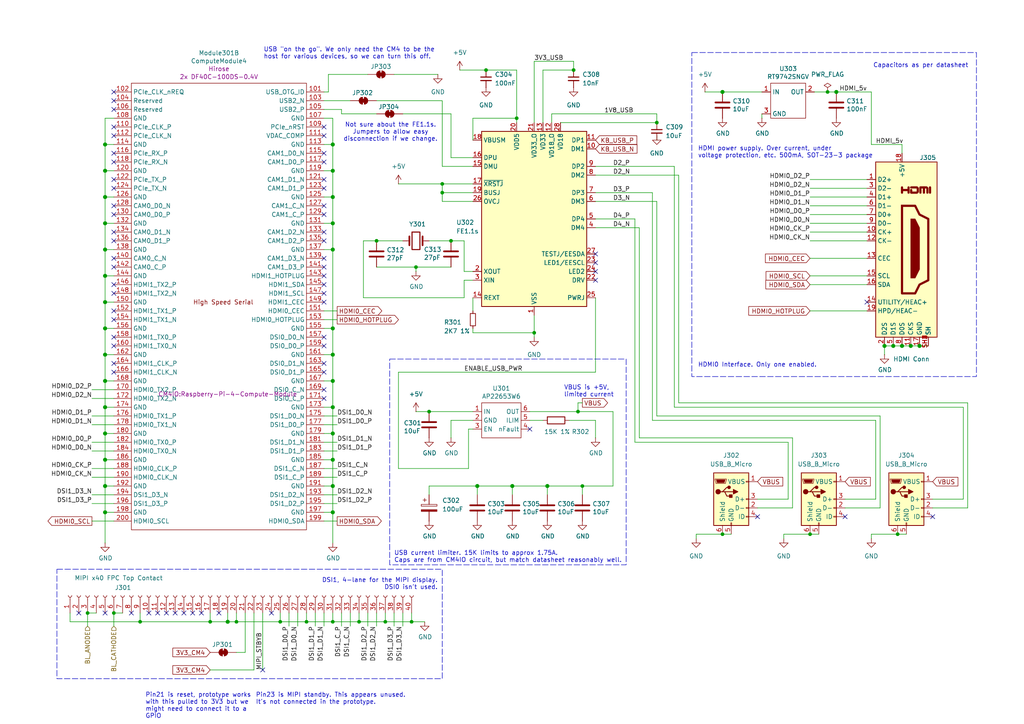
<source format=kicad_sch>
(kicad_sch (version 20231120) (generator "eeschema") (generator_version "8.0")
  (paper "A4")
  (title_block (title "Z88R - Z88 Recreated") (date "2024-08-23") (rev "20240823") (company "Fountain and Menadue"))
  (junction (at 96.52 49.53) (diameter 1.016))
  (junction (at 40.64 180.34))
  (junction (at 119.38 180.34))
  (junction (at 96.52 64.77) (diameter 1.016))
  (junction (at 256.54 100.33) (diameter 1.016))
  (junction (at 96.52 57.15) (diameter 1.016))
  (junction (at 30.48 110.49) (diameter 1.016))
  (junction (at 96.52 118.11) (diameter 1.016))
  (junction (at 30.48 57.15) (diameter 1.016))
  (junction (at 167.64 119.38))
  (junction (at 111.76 180.34))
  (junction (at 30.48 64.77) (diameter 1.016))
  (junction (at 30.48 133.35) (diameter 1.016))
  (junction (at 81.28 180.34))
  (junction (at 190.5 35.56))
  (junction (at 30.48 118.11) (diameter 1.016))
  (junction (at 30.48 95.25) (diameter 1.016))
  (junction (at 96.52 72.39) (diameter 1.016))
  (junction (at 66.04 180.34) (diameter 1.016))
  (junction (at 25.4 177.8))
  (junction (at 96.52 140.97) (diameter 1.016))
  (junction (at 234.95 154.94))
  (junction (at 259.08 100.33) (diameter 1.016))
  (junction (at 104.14 180.34))
  (junction (at 96.52 148.59) (diameter 1.016))
  (junction (at 30.48 148.59) (diameter 1.016))
  (junction (at 130.81 69.85))
  (junction (at 96.52 102.87) (diameter 1.016))
  (junction (at 154.94 96.52))
  (junction (at 120.65 77.47))
  (junction (at 88.9 180.34))
  (junction (at 30.48 140.97) (diameter 1.016))
  (junction (at 148.59 140.97) (diameter 1.016))
  (junction (at 261.62 100.33) (diameter 1.016))
  (junction (at 96.52 95.25) (diameter 1.016))
  (junction (at 96.52 41.91) (diameter 1.016))
  (junction (at 96.52 180.34))
  (junction (at 128.27 55.88))
  (junction (at 96.52 125.73) (diameter 1.016))
  (junction (at 30.48 80.01) (diameter 1.016))
  (junction (at 30.48 72.39) (diameter 1.016))
  (junction (at 109.22 69.85))
  (junction (at 30.48 41.91) (diameter 1.016))
  (junction (at 30.48 49.53) (diameter 1.016))
  (junction (at 68.58 180.34))
  (junction (at 60.96 180.34))
  (junction (at 30.48 87.63) (diameter 1.016))
  (junction (at 168.91 140.97))
  (junction (at 209.55 154.94))
  (junction (at 33.02 177.8))
  (junction (at 128.27 53.34))
  (junction (at 149.86 34.29))
  (junction (at 138.43 140.97) (diameter 1.016))
  (junction (at 30.48 102.87) (diameter 1.016))
  (junction (at 264.16 100.33) (diameter 1.016))
  (junction (at 240.03 26.67))
  (junction (at 124.46 119.38))
  (junction (at 96.52 133.35) (diameter 1.016))
  (junction (at 158.75 140.97) (diameter 1.016))
  (junction (at 209.55 26.67) (diameter 1.016))
  (junction (at 166.37 20.32))
  (junction (at 242.57 26.67) (diameter 1.016))
  (junction (at 30.48 125.73) (diameter 1.016))
  (junction (at 266.7 100.33) (diameter 1.016))
  (junction (at 96.52 110.49) (diameter 1.016))
  (junction (at 140.97 20.32))
  (junction (at 260.35 154.94))
  (no_connect (at 33.02 67.31))
  (no_connect (at 30.48 177.8))
  (no_connect (at 93.98 100.33))
  (no_connect (at 33.02 92.71))
  (no_connect (at 93.98 44.45))
  (no_connect (at 38.1 177.8))
  (no_connect (at 251.46 87.63))
  (no_connect (at 33.02 107.95))
  (no_connect (at 33.02 105.41))
  (no_connect (at 172.72 76.2))
  (no_connect (at 33.02 36.83))
  (no_connect (at 33.02 100.33))
  (no_connect (at 93.98 105.41))
  (no_connect (at 93.98 80.01))
  (no_connect (at 33.02 97.79))
  (no_connect (at 48.26 177.8))
  (no_connect (at 93.98 69.85))
  (no_connect (at 45.72 177.8))
  (no_connect (at 93.98 39.37))
  (no_connect (at 33.02 69.85))
  (no_connect (at 33.02 44.45))
  (no_connect (at 93.98 115.57))
  (no_connect (at 270.51 149.86))
  (no_connect (at 172.72 73.66))
  (no_connect (at 33.02 59.69))
  (no_connect (at 33.02 85.09))
  (no_connect (at 33.02 54.61))
  (no_connect (at 78.74 177.8))
  (no_connect (at 93.98 46.99))
  (no_connect (at 245.11 149.86))
  (no_connect (at 33.02 39.37))
  (no_connect (at 93.98 85.09))
  (no_connect (at 93.98 107.95))
  (no_connect (at 33.02 29.21))
  (no_connect (at 33.02 52.07))
  (no_connect (at 53.34 177.8))
  (no_connect (at 33.02 82.55))
  (no_connect (at 93.98 82.55))
  (no_connect (at 33.02 77.47))
  (no_connect (at 172.72 78.74))
  (no_connect (at 63.5 177.8))
  (no_connect (at 76.2 194.31))
  (no_connect (at 93.98 62.23))
  (no_connect (at 93.98 54.61))
  (no_connect (at 43.18 177.8))
  (no_connect (at 93.98 36.83))
  (no_connect (at 93.98 67.31))
  (no_connect (at 219.71 149.86))
  (no_connect (at 55.88 177.8))
  (no_connect (at 93.98 87.63))
  (no_connect (at 50.8 177.8))
  (no_connect (at 172.72 81.28))
  (no_connect (at 58.42 177.8))
  (no_connect (at 93.98 77.47))
  (no_connect (at 33.02 62.23))
  (no_connect (at 93.98 59.69))
  (no_connect (at 93.98 52.07))
  (no_connect (at 33.02 26.67))
  (no_connect (at 33.02 31.75))
  (no_connect (at 33.02 90.17))
  (no_connect (at 93.98 113.03))
  (no_connect (at 93.98 97.79))
  (no_connect (at 22.86 177.8))
  (no_connect (at 93.98 74.93))
  (no_connect (at 153.67 124.46))
  (no_connect (at 33.02 74.93))
  (no_connect (at 33.02 46.99))
  (wire (pts (xy 60.96 180.34) (xy 66.04 180.34)))
  (wire (pts (xy 30.48 140.97) (xy 30.48 148.59)))
  (wire (pts (xy 96.52 180.34) (xy 104.14 180.34)))
  (wire (pts (xy 195.58 48.26) (xy 195.58 118.11)))
  (wire (pts (xy 168.91 143.51) (xy 168.91 140.97)))
  (wire (pts (xy 190.5 58.42) (xy 190.5 120.65)))
  (wire (pts (xy 196.85 50.8) (xy 196.85 116.84)))
  (wire (pts (xy 229.87 127) (xy 229.87 147.32)))
  (wire (pts (xy 234.95 69.85) (xy 251.46 69.85)))
  (wire (pts (xy 234.95 62.23) (xy 251.46 62.23)))
  (wire (pts (xy 93.98 95.25) (xy 96.52 95.25)))
  (wire (pts (xy 279.4 144.78) (xy 270.51 144.78)))
  (wire (pts (xy 96.52 110.49) (xy 96.52 118.11)))
  (wire (pts (xy 111.76 180.34) (xy 119.38 180.34)))
  (wire (pts (xy 153.67 121.92) (xy 157.48 121.92)))
  (wire (pts (xy 30.48 148.59) (xy 30.48 157.48)))
  (wire (pts (xy 30.48 118.11) (xy 30.48 125.73)))
  (wire (pts (xy 30.48 110.49) (xy 33.02 110.49)))
  (wire (pts (xy 234.95 90.17) (xy 251.46 90.17)))
  (wire (pts (xy 280.67 116.84) (xy 280.67 147.32)))
  (wire (pts (xy 256.54 100.33) (xy 259.08 100.33)))
  (wire (pts (xy 71.12 189.23) (xy 68.58 189.23)))
  (wire (pts (xy 30.48 125.73) (xy 30.48 133.35)))
  (wire (pts (xy 30.48 95.25) (xy 33.02 95.25)))
  (wire (pts (xy 68.58 177.8) (xy 68.58 180.34)))
  (wire (pts (xy 264.16 100.33) (xy 266.7 100.33)))
  (wire (pts (xy 114.3 21.59) (xy 127 21.59)))
  (wire (pts (xy 234.95 154.94) (xy 227.33 154.94)))
  (wire (pts (xy 227.33 154.94) (xy 227.33 156.21)))
  (wire (pts (xy 97.79 120.65) (xy 93.98 120.65)))
  (wire (pts (xy 105.41 86.36) (xy 134.62 86.36)))
  (wire (pts (xy 93.98 72.39) (xy 96.52 72.39)))
  (wire (pts (xy 185.42 66.04) (xy 172.72 66.04)))
  (wire (pts (xy 109.22 181.61) (xy 109.22 177.8)))
  (wire (pts (xy 93.98 110.49) (xy 96.52 110.49)))
  (wire (pts (xy 252.73 154.94) (xy 252.73 156.21)))
  (wire (pts (xy 209.55 154.94) (xy 201.93 154.94)))
  (wire (pts (xy 99.06 31.75) (xy 93.98 31.75)))
  (wire (pts (xy 259.08 100.33) (xy 261.62 100.33)))
  (wire (pts (xy 172.72 63.5) (xy 184.15 63.5)))
  (wire (pts (xy 135.89 124.46) (xy 137.16 124.46)))
  (wire (pts (xy 261.62 100.33) (xy 264.16 100.33)))
  (wire (pts (xy 234.95 52.07) (xy 251.46 52.07)))
  (wire (pts (xy 40.64 180.34) (xy 60.96 180.34)))
  (wire (pts (xy 96.52 34.29) (xy 93.98 34.29)))
  (wire (pts (xy 140.97 20.32) (xy 149.86 20.32)))
  (wire (pts (xy 95.25 21.59) (xy 106.68 21.59)))
  (wire (pts (xy 133.35 20.32) (xy 140.97 20.32)))
  (wire (pts (xy 177.8 140.97) (xy 168.91 140.97)))
  (wire (pts (xy 93.98 143.51) (xy 97.79 143.51)))
  (wire (pts (xy 33.02 148.59) (xy 30.48 148.59)))
  (wire (pts (xy 26.67 130.81) (xy 33.02 130.81)))
  (wire (pts (xy 130.81 121.92) (xy 130.81 127)))
  (wire (pts (xy 255.27 120.65) (xy 255.27 147.32)))
  (wire (pts (xy 228.6 144.78) (xy 219.71 144.78)))
  (wire (pts (xy 134.62 86.36) (xy 134.62 81.28)))
  (wire (pts (xy 116.84 181.61) (xy 116.84 177.8)))
  (wire (pts (xy 137.16 58.42) (xy 128.27 58.42)))
  (wire (pts (xy 157.48 20.32) (xy 157.48 35.56)))
  (wire (pts (xy 73.66 177.8) (xy 73.66 194.31)))
  (wire (pts (xy 149.86 20.32) (xy 149.86 34.29)))
  (wire (pts (xy 172.72 121.92) (xy 172.72 127)))
  (wire (pts (xy 128.27 29.21) (xy 128.27 48.26)))
  (wire (pts (xy 158.75 140.97) (xy 158.75 143.51)))
  (wire (pts (xy 33.02 120.65) (xy 26.67 120.65)))
  (wire (pts (xy 128.27 53.34) (xy 137.16 53.34)))
  (wire (pts (xy 30.48 87.63) (xy 33.02 87.63)))
  (wire (pts (xy 30.48 102.87) (xy 30.48 110.49)))
  (wire (pts (xy 138.43 143.51) (xy 138.43 140.97)))
  (wire (pts (xy 30.48 118.11) (xy 33.02 118.11)))
  (wire (pts (xy 160.02 35.56) (xy 160.02 33.02)))
  (wire (pts (xy 130.81 69.85) (xy 134.62 69.85)))
  (wire (pts (xy 114.3 181.61) (xy 114.3 177.8)))
  (wire (pts (xy 96.52 118.11) (xy 96.52 125.73)))
  (wire (pts (xy 30.48 72.39) (xy 30.48 80.01)))
  (wire (pts (xy 209.55 154.94) (xy 212.09 154.94)))
  (wire (pts (xy 196.85 116.84) (xy 280.67 116.84)))
  (wire (pts (xy 30.48 64.77) (xy 33.02 64.77)))
  (wire (pts (xy 96.52 133.35) (xy 96.52 140.97)))
  (wire (pts (xy 109.22 69.85) (xy 116.84 69.85)))
  (wire (pts (xy 154.94 91.44) (xy 154.94 96.52)))
  (wire (pts (xy 96.52 72.39) (xy 96.52 95.25)))
  (wire (pts (xy 30.48 57.15) (xy 33.02 57.15)))
  (wire (pts (xy 162.56 35.56) (xy 190.5 35.56)))
  (wire (pts (xy 30.48 49.53) (xy 30.48 57.15)))
  (wire (pts (xy 73.66 194.31) (xy 60.96 194.31)))
  (wire (pts (xy 130.81 33.02) (xy 130.81 45.72)))
  (wire (pts (xy 20.32 177.8) (xy 20.32 180.34)))
  (wire (pts (xy 137.16 55.88) (xy 128.27 55.88)))
  (wire (pts (xy 204.47 26.67) (xy 209.55 26.67)))
  (wire (pts (xy 166.37 17.78) (xy 166.37 20.32)))
  (wire (pts (xy 137.16 34.29) (xy 149.86 34.29)))
  (wire (pts (xy 153.67 119.38) (xy 167.64 119.38)))
  (wire (pts (xy 128.27 53.34) (xy 128.27 55.88)))
  (wire (pts (xy 101.6 181.61) (xy 101.6 177.8)))
  (wire (pts (xy 209.55 26.67) (xy 220.98 26.67)))
  (wire (pts (xy 93.98 138.43) (xy 97.79 138.43)))
  (wire (pts (xy 97.79 123.19) (xy 93.98 123.19)))
  (wire (pts (xy 252.73 26.67) (xy 252.73 41.91)))
  (wire (pts (xy 96.52 49.53) (xy 96.52 41.91)))
  (wire (pts (xy 234.95 57.15) (xy 251.46 57.15)))
  (wire (pts (xy 172.72 107.95) (xy 115.57 107.95)))
  (wire (pts (xy 149.86 34.29) (xy 149.86 35.56)))
  (wire (pts (xy 254 121.92) (xy 254 144.78)))
  (wire (pts (xy 20.32 180.34) (xy 40.64 180.34)))
  (wire (pts (xy 30.48 57.15) (xy 30.48 64.77)))
  (wire (pts (xy 93.98 133.35) (xy 96.52 133.35)))
  (wire (pts (xy 93.98 181.61) (xy 93.98 177.8)))
  (wire (pts (xy 189.23 121.92) (xy 254 121.92)))
  (wire (pts (xy 256.54 100.33) (xy 256.54 102.87)))
  (wire (pts (xy 33.02 123.19) (xy 26.67 123.19)))
  (wire (pts (xy 234.95 59.69) (xy 251.46 59.69)))
  (wire (pts (xy 167.64 116.84) (xy 167.64 119.38)))
  (wire (pts (xy 30.48 125.73) (xy 33.02 125.73)))
  (wire (pts (xy 26.67 151.13) (xy 33.02 151.13)))
  (wire (pts (xy 190.5 33.02) (xy 190.5 35.56)))
  (wire (pts (xy 115.57 135.89) (xy 135.89 135.89)))
  (wire (pts (xy 158.75 140.97) (xy 148.59 140.97)))
  (wire (pts (xy 115.57 53.34) (xy 128.27 53.34)))
  (wire (pts (xy 134.62 69.85) (xy 134.62 78.74)))
  (wire (pts (xy 26.67 115.57) (xy 33.02 115.57)))
  (wire (pts (xy 66.04 180.34) (xy 66.04 177.8)))
  (wire (pts (xy 30.48 41.91) (xy 33.02 41.91)))
  (wire (pts (xy 99.06 33.02) (xy 99.06 31.75)))
  (wire (pts (xy 158.75 140.97) (xy 168.91 140.97)))
  (wire (pts (xy 96.52 125.73) (xy 96.52 133.35)))
  (wire (pts (xy 25.4 177.8) (xy 27.94 177.8)))
  (wire (pts (xy 109.22 33.02) (xy 99.06 33.02)))
  (wire (pts (xy 86.36 181.61) (xy 86.36 177.8)))
  (wire (pts (xy 33.02 140.97) (xy 30.48 140.97)))
  (wire (pts (xy 154.94 17.78) (xy 166.37 17.78)))
  (wire (pts (xy 96.52 41.91) (xy 96.52 34.29)))
  (wire (pts (xy 93.98 125.73) (xy 96.52 125.73)))
  (wire (pts (xy 33.02 181.61) (xy 33.02 177.8)))
  (wire (pts (xy 25.4 181.61) (xy 25.4 177.8)))
  (wire (pts (xy 172.72 86.36) (xy 172.72 107.95)))
  (wire (pts (xy 96.52 95.25) (xy 96.52 102.87)))
  (wire (pts (xy 128.27 48.26) (xy 137.16 48.26)))
  (wire (pts (xy 165.1 121.92) (xy 172.72 121.92)))
  (wire (pts (xy 234.95 154.94) (xy 237.49 154.94)))
  (wire (pts (xy 280.67 147.32) (xy 270.51 147.32)))
  (wire (pts (xy 106.68 181.61) (xy 106.68 177.8)))
  (wire (pts (xy 93.98 140.97) (xy 96.52 140.97)))
  (wire (pts (xy 234.95 74.93) (xy 251.46 74.93)))
  (wire (pts (xy 30.48 49.53) (xy 33.02 49.53)))
  (wire (pts (xy 119.38 180.34) (xy 123.19 180.34)))
  (wire (pts (xy 134.62 78.74) (xy 137.16 78.74)))
  (wire (pts (xy 81.28 177.8) (xy 81.28 180.34)))
  (wire (pts (xy 96.52 72.39) (xy 96.52 64.77)))
  (wire (pts (xy 30.48 110.49) (xy 30.48 118.11)))
  (wire (pts (xy 91.44 181.61) (xy 91.44 177.8)))
  (wire (pts (xy 93.98 41.91) (xy 96.52 41.91)))
  (wire (pts (xy 93.98 118.11) (xy 96.52 118.11)))
  (wire (pts (xy 124.46 69.85) (xy 130.81 69.85)))
  (wire (pts (xy 93.98 102.87) (xy 96.52 102.87)))
  (wire (pts (xy 109.22 77.47) (xy 120.65 77.47)))
  (wire (pts (xy 40.64 177.8) (xy 40.64 180.34)))
  (wire (pts (xy 266.7 100.33) (xy 269.24 100.33)))
  (wire (pts (xy 119.38 177.8) (xy 119.38 180.34)))
  (wire (pts (xy 104.14 177.8) (xy 104.14 180.34)))
  (wire (pts (xy 96.52 140.97) (xy 96.52 148.59)))
  (wire (pts (xy 93.98 151.13) (xy 97.79 151.13)))
  (wire (pts (xy 137.16 96.52) (xy 154.94 96.52)))
  (wire (pts (xy 172.72 48.26) (xy 195.58 48.26)))
  (wire (pts (xy 30.48 64.77) (xy 30.48 72.39)))
  (wire (pts (xy 66.04 180.34) (xy 68.58 180.34)))
  (wire (pts (xy 120.65 119.38) (xy 124.46 119.38)))
  (wire (pts (xy 195.58 118.11) (xy 279.4 118.11)))
  (wire (pts (xy 30.48 80.01) (xy 30.48 87.63)))
  (wire (pts (xy 26.67 113.03) (xy 33.02 113.03)))
  (wire (pts (xy 120.65 77.47) (xy 130.81 77.47)))
  (wire (pts (xy 97.79 128.27) (xy 93.98 128.27)))
  (wire (pts (xy 96.52 57.15) (xy 96.52 49.53)))
  (wire (pts (xy 93.98 135.89) (xy 97.79 135.89)))
  (wire (pts (xy 260.35 154.94) (xy 252.73 154.94)))
  (wire (pts (xy 93.98 49.53) (xy 96.52 49.53)))
  (wire (pts (xy 177.8 119.38) (xy 177.8 140.97)))
  (wire (pts (xy 172.72 55.88) (xy 189.23 55.88)))
  (wire (pts (xy 138.43 140.97) (xy 148.59 140.97)))
  (wire (pts (xy 184.15 128.27) (xy 184.15 63.5)))
  (wire (pts (xy 236.22 26.67) (xy 240.03 26.67)))
  (wire (pts (xy 83.82 181.61) (xy 83.82 177.8)))
  (wire (pts (xy 104.14 180.34) (xy 111.76 180.34)))
  (wire (pts (xy 30.48 41.91) (xy 30.48 49.53)))
  (wire (pts (xy 33.02 135.89) (xy 26.67 135.89)))
  (wire (pts (xy 189.23 55.88) (xy 189.23 121.92)))
  (wire (pts (xy 240.03 26.67) (xy 242.57 26.67)))
  (wire (pts (xy 93.98 90.17) (xy 97.79 90.17)))
  (wire (pts (xy 95.25 26.67) (xy 93.98 26.67)))
  (wire (pts (xy 201.93 154.94) (xy 201.93 156.21)))
  (wire (pts (xy 93.98 92.71) (xy 97.79 92.71)))
  (wire (pts (xy 160.02 33.02) (xy 190.5 33.02)))
  (wire (pts (xy 279.4 118.11) (xy 279.4 144.78)))
  (wire (pts (xy 30.48 87.63) (xy 30.48 95.25)))
  (wire (pts (xy 135.89 124.46) (xy 135.89 135.89)))
  (wire (pts (xy 234.95 54.61) (xy 251.46 54.61)))
  (wire (pts (xy 120.65 77.47) (xy 120.65 78.74)))
  (wire (pts (xy 228.6 128.27) (xy 228.6 144.78)))
  (wire (pts (xy 242.57 26.67) (xy 252.73 26.67)))
  (wire (pts (xy 30.48 133.35) (xy 30.48 140.97)))
  (wire (pts (xy 33.02 138.43) (xy 26.67 138.43)))
  (wire (pts (xy 111.76 177.8) (xy 111.76 180.34)))
  (wire (pts (xy 26.67 143.51) (xy 33.02 143.51)))
  (wire (pts (xy 130.81 121.92) (xy 137.16 121.92)))
  (wire (pts (xy 234.95 82.55) (xy 251.46 82.55)))
  (wire (pts (xy 167.64 119.38) (xy 177.8 119.38)))
  (wire (pts (xy 33.02 177.8) (xy 35.56 177.8)))
  (wire (pts (xy 30.48 102.87) (xy 33.02 102.87)))
  (wire (pts (xy 109.22 29.21) (xy 128.27 29.21)))
  (wire (pts (xy 185.42 66.04) (xy 185.42 127)))
  (wire (pts (xy 96.52 177.8) (xy 96.52 180.34)))
  (wire (pts (xy 93.98 64.77) (xy 96.52 64.77)))
  (wire (pts (xy 93.98 146.05) (xy 97.79 146.05)))
  (wire (pts (xy 30.48 80.01) (xy 33.02 80.01)))
  (wire (pts (xy 93.98 29.21) (xy 101.6 29.21)))
  (wire (pts (xy 96.52 148.59) (xy 96.52 157.48)))
  (wire (pts (xy 255.27 147.32) (xy 245.11 147.32)))
  (wire (pts (xy 105.41 86.36) (xy 105.41 69.85)))
  (wire (pts (xy 124.46 119.38) (xy 137.16 119.38)))
  (wire (pts (xy 190.5 120.65) (xy 255.27 120.65)))
  (wire (pts (xy 60.96 177.8) (xy 60.96 180.34)))
  (wire (pts (xy 260.35 154.94) (xy 262.89 154.94)))
  (wire (pts (xy 105.41 69.85) (xy 109.22 69.85)))
  (wire (pts (xy 137.16 86.36) (xy 137.16 90.17)))
  (wire (pts (xy 190.5 39.37) (xy 190.5 40.64)))
  (wire (pts (xy 30.48 34.29) (xy 30.48 41.91)))
  (wire (pts (xy 30.48 72.39) (xy 33.02 72.39)))
  (wire (pts (xy 137.16 96.52) (xy 137.16 95.25)))
  (wire (pts (xy 166.37 20.32) (xy 157.48 20.32)))
  (wire (pts (xy 137.16 34.29) (xy 137.16 40.64)))
  (wire (pts (xy 234.95 80.01) (xy 251.46 80.01)))
  (wire (pts (xy 172.72 50.8) (xy 196.85 50.8)))
  (wire (pts (xy 154.94 97.79) (xy 154.94 96.52)))
  (wire (pts (xy 93.98 148.59) (xy 96.52 148.59)))
  (wire (pts (xy 130.81 45.72) (xy 137.16 45.72)))
  (wire (pts (xy 88.9 177.8) (xy 88.9 180.34)))
  (wire (pts (xy 81.28 180.34) (xy 88.9 180.34)))
  (wire (pts (xy 172.72 58.42) (xy 190.5 58.42)))
  (wire (pts (xy 234.95 64.77) (xy 251.46 64.77)))
  (wire (pts (xy 30.48 133.35) (xy 33.02 133.35)))
  (wire (pts (xy 95.25 21.59) (xy 95.25 26.67)))
  (wire (pts (xy 229.87 147.32) (xy 219.71 147.32)))
  (wire (pts (xy 252.73 41.91) (xy 261.62 41.91)))
  (wire (pts (xy 154.94 35.56) (xy 154.94 17.78)))
  (wire (pts (xy 97.79 130.81) (xy 93.98 130.81)))
  (wire (pts (xy 76.2 194.31) (xy 76.2 177.8)))
  (wire (pts (xy 220.98 33.02) (xy 220.98 34.29)))
  (wire (pts (xy 148.59 140.97) (xy 148.59 143.51)))
  (wire (pts (xy 234.95 67.31) (xy 251.46 67.31)))
  (wire (pts (xy 130.81 33.02) (xy 116.84 33.02)))
  (wire (pts (xy 93.98 57.15) (xy 96.52 57.15)))
  (wire (pts (xy 254 144.78) (xy 245.11 144.78)))
  (wire (pts (xy 68.58 180.34) (xy 81.28 180.34)))
  (wire (pts (xy 261.62 41.91) (xy 261.62 44.45)))
  (wire (pts (xy 184.15 128.27) (xy 228.6 128.27)))
  (wire (pts (xy 124.46 140.97) (xy 138.43 140.97)))
  (wire (pts (xy 124.46 140.97) (xy 124.46 143.51)))
  (wire (pts (xy 185.42 127) (xy 229.87 127)))
  (wire (pts (xy 99.06 181.61) (xy 99.06 177.8)))
  (wire (pts (xy 71.12 177.8) (xy 71.12 189.23)))
  (wire (pts (xy 168.91 116.84) (xy 167.64 116.84)))
  (wire (pts (xy 134.62 81.28) (xy 137.16 81.28)))
  (wire (pts (xy 96.52 102.87) (xy 96.52 110.49)))
  (wire (pts (xy 30.48 95.25) (xy 30.48 102.87)))
  (wire (pts (xy 128.27 55.88) (xy 128.27 58.42)))
  (wire (pts (xy 33.02 34.29) (xy 30.48 34.29)))
  (wire (pts (xy 96.52 64.77) (xy 96.52 57.15)))
  (wire (pts (xy 115.57 107.95) (xy 115.57 135.89)))
  (wire (pts (xy 26.67 128.27) (xy 33.02 128.27)))
  (wire (pts (xy 88.9 180.34) (xy 96.52 180.34)))
  (wire (pts (xy 26.67 146.05) (xy 33.02 146.05)))
  (rectangle (start 200.66 15.24) (end 283.21 109.22) (stroke (width 0) (type dash)))
  (rectangle (start 16.51 165.1) (end 128.27 196.85) (stroke (width 0) (type dash)))
  (rectangle (start 113.03 104.14) (end 181.61 163.83) (stroke (width 0) (type dash)))
  (text "DSI1, 4-lane for the MIPI display.\nDSI0 isn't used." (at 127 169.418 0) (effects (font (size 1.27 1.27)) (justify right)))
  (text "Pin23 is MIPI standby. This appears unused.\nIt's not connected in the prototype." (at 74.168 202.692 0) (effects (font (size 1.27 1.27)) (justify left)))
  (text "USB \"on the go\". We only need the CM4 to be the\nhost for various devices, so we can turn this off." (at 76.454 15.494 0) (effects (font (size 1.27 1.27)) (justify left)))
  (text "VBUS is +5V,\nlimited current" (at 163.576 113.538 0) (effects (font (size 1.27 1.27)) (justify left)))
  (text "Not sure about the FE1.1s.\nJumpers to allow easy\ndisconnection if we change." (at 113.284 38.354 0) (effects (font (size 1.27 1.27))))
  (text "Pin21 is reset, prototype works\nwith this pulled to 3V3 but we\nmight need to connect it to a\nGPIO" (at 42.164 204.724 0) (effects (font (size 1.27 1.27)) (justify left)))
  (text "USB current limiter. 15K limits to approx 1.75A.\nCaps are from CM4IO circuit, but match datasheet reasonably well." (at 114.3 161.544 0) (effects (font (size 1.27 1.27)) (justify left)))
  (text "Capacitors as per datasheet" (at 253.238 19.05 0) (effects (font (size 1.27 1.27)) (justify left)))
  (text "HDMI power supply. Over current, under\nvoltage protection, etc. 500mA, SOT-23-3 package" (at 202.438 44.196 0) (effects (font (size 1.27 1.27)) (justify left)))
  (text "HDMI0 Interface. Only one enabled." (at 202.438 105.918 0) (effects (font (size 1.27 1.27)) (justify left)))
  (label "HDMI0_CK_P" (at 26.67 135.89 180))
  (label "HDMI0_D0_P" (at 234.95 62.23 180))
  (label "DSI1_D1_P" (at 91.44 181.61 270))
  (label "D2_N" (at 177.8 50.8 0))
  (label "DSI1_D3_P" (at 26.67 146.05 180))
  (label "1V8_USB" (at 175.26 33.02 0))
  (label "D3_P" (at 177.8 55.88 0))
  (label "HDMI0_D2_N" (at 234.95 54.61 180))
  (label "DSI1_D0_N" (at 86.36 181.61 270))
  (label "HDMI_5v" (at 251.46 26.67 180))
  (label "DSI1_C_P" (at 97.79 138.43 0))
  (label "HDMI0_D1_N" (at 234.95 59.69 180))
  (label "HDMI0_D2_N" (at 26.67 115.57 180))
  (label "HDMI0_CK_P" (at 234.95 67.31 180))
  (label "D3_N" (at 177.8 58.42 0))
  (label "DSI1_D3_P" (at 114.3 181.61 270))
  (label "DSI1_C_P" (at 99.06 181.61 270))
  (label "HDMI0_D2_P" (at 26.67 113.03 180))
  (label "DSI1_D2_P" (at 106.68 181.61 270))
  (label "DSI1_D0_P" (at 97.79 123.19 0))
  (label "DSI1_C_N" (at 97.79 135.89 0))
  (label "DSI1_D2_N" (at 97.79 143.51 0))
  (label "DSI1_D0_N" (at 97.79 120.65 0))
  (label "DSI1_D1_N" (at 93.98 181.61 270))
  (label "HDMI0_D1_P" (at 26.67 120.65 180))
  (label "HDMI0_D0_P" (at 26.67 128.27 180))
  (label "HDMI0_D1_P" (at 234.95 57.15 180))
  (label "DSI1_D3_N" (at 26.67 143.51 180))
  (label "MIPI_STBYB" (at 76.2 194.31 90))
  (label "HDMI0_CK_N" (at 234.95 69.85 180))
  (label "D4_P" (at 177.8 63.5 0))
  (label "HDMI0_D1_N" (at 26.67 123.19 180))
  (label "DSI1_C_N" (at 101.6 181.61 270))
  (label "DSI1_D2_P" (at 97.79 146.05 0))
  (label "3V3_USB" (at 154.94 17.78 0))
  (label "ENABLE_USB_PWR" (at 134.62 107.95 0))
  (label "D2_P" (at 177.8 48.26 0))
  (label "HDMI0_D2_P" (at 234.95 52.07 180))
  (label "HDMI_5v" (at 254 41.91 0))
  (label "DSI1_D3_N" (at 116.84 181.61 270))
  (label "DSI1_D1_P" (at 97.79 130.81 0))
  (label "HDMI0_D0_N" (at 234.95 64.77 180))
  (label "HDMI0_D0_N" (at 26.67 130.81 180))
  (label "DSI1_D1_N" (at 97.79 128.27 0))
  (label "HDMI0_CK_N" (at 26.67 138.43 180))
  (label "DSI1_D2_N" (at 109.22 181.61 270))
  (label "D4_N" (at 177.8 66.04 0))
  (label "DSI1_D0_P" (at 83.82 181.61 270))
  (global_label "3V3_CM4" (shape input) (at 60.96 189.23 180) (property "Intersheetrefs" "${INTERSHEET_REFS}" (effects (hide yes))))
  (global_label "HDMI0_SCL" (shape output) (at 26.67 151.13 180) (property "Intersheetrefs" "${INTERSHEET_REFS}" (effects (hide yes))))
  (global_label "HDMI0_HOTPLUG" (shape input) (at 234.95 90.17 180) (property "Intersheetrefs" "${INTERSHEET_REFS}" (effects (hide yes))))
  (global_label "3V3_CM4" (shape input) (at 60.96 194.31 180) (property "Intersheetrefs" "${INTERSHEET_REFS}" (effects (hide yes))))
  (global_label "KB_USB_P" (shape input) (at 172.72 40.64 0) (property "Intersheetrefs" "${INTERSHEET_REFS}" (effects (hide yes))))
  (global_label "HDMI0_SDA" (shape output) (at 97.79 151.13 0) (property "Intersheetrefs" "${INTERSHEET_REFS}" (effects (hide yes))))
  (global_label "HDMI0_SDA" (shape input) (at 234.95 82.55 180) (property "Intersheetrefs" "${INTERSHEET_REFS}" (effects (hide yes))))
  (global_label "VBUS" (shape input) (at 245.11 139.7 0) (property "Intersheetrefs" "${INTERSHEET_REFS}" (effects (hide yes))))
  (global_label "HDMI0_CEC" (shape output) (at 97.79 90.17 0) (property "Intersheetrefs" "${INTERSHEET_REFS}" (effects (hide yes))))
  (global_label "VBUS" (shape input) (at 270.51 139.7 0) (property "Intersheetrefs" "${INTERSHEET_REFS}" (effects (hide yes))))
  (global_label "KB_USB_N" (shape input) (at 172.72 43.18 0) (property "Intersheetrefs" "${INTERSHEET_REFS}" (effects (hide yes))))
  (global_label "HDMI0_SCL" (shape input) (at 234.95 80.01 180) (property "Intersheetrefs" "${INTERSHEET_REFS}" (effects (hide yes))))
  (global_label "HDMI0_HOTPLUG" (shape output) (at 97.79 92.71 0) (property "Intersheetrefs" "${INTERSHEET_REFS}" (effects (hide yes))))
  (global_label "HDMI0_CEC" (shape input) (at 234.95 74.93 180) (property "Intersheetrefs" "${INTERSHEET_REFS}" (effects (hide yes))))
  (global_label "VBUS" (shape input) (at 219.71 139.7 0) (property "Intersheetrefs" "${INTERSHEET_REFS}" (effects (hide yes))))
  (global_label "VBUS" (shape output) (at 168.91 116.84 0) (property "Intersheetrefs" "${INTERSHEET_REFS}" (effects (hide yes))))
  (hierarchical_label "BL_CATHODE" (shape input) (at 33.02 181.61 270))
  (hierarchical_label "BL_ANODE" (shape input) (at 25.4 181.61 270))
  (symbol (lib_id "power:+5V") (at 120.65 119.38 0) (unit 1)
    (property "Reference" "#PWR0304" (effects (hide yes)))
    (property "Value" "+5V" (at 120.65 114.3 0))
    (property "Description" "Power symbol creates a global label with name \"+5V\"" (effects (hide yes)))
  )
  (symbol (lib_id "Device:C") (at 130.81 73.66 0) (unit 1)
    (property "Reference" "C313" (at 122.936 72.3646 0) (effects (justify left)))
    (property "Value" "27pF" (at 122.936 74.676 0) (effects (justify left)))
    (property "Footprint" "Capacitor_SMD:C_0805_2012Metric_Pad1.18x1.45mm_HandSolder" (effects (hide yes)))
    (property "Datasheet" "https://search.murata.co.jp/Ceramy/image/img/A01X/G101/ENG/GJM1555C1H270JB01-01.pdf" (effects (hide yes)))
    (property "Field8" "UCAP00738 " (effects (hide yes)))
    (property "Field5" "490-17672-1-ND" (effects (hide yes)))
    (property "Field6" "GJM1555C1H270JB01D" (effects (hide yes)))
    (property "Field7" "Murata" (effects (hide yes)))
    (property "Part Description" "	27pF 5% 50V Ceramic Capacitor C0G, NP0 0402 (1005 Metric)" (effects (hide yes)))
    (property "Field4" "Digikey" (effects (hide yes)))
  )
  (symbol (lib_id "power:GND") (at 138.43 151.13 0) (unit 1)
    (property "Reference" "#PWR0311" (effects (hide yes)))
    (property "Value" "GND" (at 138.557 155.5242 0))
    (property "Description" "Power symbol creates a global label with name \"GND\" , ground" (effects (hide yes)))
  )
  (symbol (lib_id "power:+5V") (at 204.47 26.67 0) (unit 1)
    (property "Reference" "#PWR0321" (effects (hide yes)))
    (property "Value" "+5V" (at 204.47 21.59 0))
    (property "Description" "Power symbol creates a global label with name \"+5V\"" (effects (hide yes)))
  )
  (symbol (lib_id "power:GND") (at 158.75 151.13 0) (unit 1)
    (property "Reference" "#PWR0315" (effects (hide yes)))
    (property "Value" "GND" (at 158.877 155.5242 0))
    (property "Description" "Power symbol creates a global label with name \"GND\" , ground" (effects (hide yes)))
  )
  (symbol (lib_id "Jumper:SolderJumper_2_Bridged") (at 105.41 29.21 0) (unit 1) (exclude_from_sim yes) (in_bom no)
    (property "Reference" "JP302" (at 105.156 26.924 0))
    (property "Value" "SolderJumper_2_Bridged" (effects (hide yes)))
    (property "Footprint" "Jumper:SolderJumper-2_P1.3mm_Bridged_Pad1.0x1.5mm" (effects (hide yes)))
    (property "Description" "Solder Jumper, 2-pole, closed/bridged" (effects (hide yes)))
  )
  (symbol (lib_id "CM4IO:RT9742SNGV") (at 226.06 30.48 0) (unit 1)
    (property "Reference" "U303" (at 228.6 19.939 0))
    (property "Value" "RT9742SNGV" (at 228.6 22.2504 0))
    (property "Footprint" "Package_TO_SOT_SMD:SOT-23" (effects (hide yes)))
    (property "Datasheet" "https://www.richtek.com/assets/product_file/RT9742/DS9742-09.pdf" (effects (hide yes)))
    (property "Field4" "Farnell" (effects (hide yes)))
    (property "Field5" "2575555" (effects (hide yes)))
    (property "Field6" "RT9742SNGV" (effects (hide yes)))
    (property "Field7" "RichTek" (effects (hide yes)))
    (property "Part Description" "Power Switch/Driver 1:1 N-Channel 500mA SOT-23-3" (effects (hide yes)))
    (property "Field8" "USWI00155" (effects (hide yes)))
  )
  (symbol (lib_id "Device:C") (at 138.43 147.32 0) (unit 1)
    (property "Reference" "C303" (at 141.351 146.1516 0) (effects (justify left)))
    (property "Value" "10uF" (at 141.351 148.463 0) (effects (justify left)))
    (property "Footprint" "Capacitor_SMD:C_0805_2012Metric_Pad1.18x1.45mm_HandSolder" (effects (hide yes)))
    (property "Datasheet" "https://search.murata.co.jp/Ceramy/image/img/A01X/G101/ENG/GRM21BR71A106KA73-01.pdf" (effects (hide yes)))
    (property "Field5" "490-14381-1-ND" (effects (hide yes)))
    (property "Field4" "Digikey" (effects (hide yes)))
    (property "Field6" "GRM21BR71A106KA73L" (effects (hide yes)))
    (property "Field7" "Murata" (effects (hide yes)))
    (property "Part Description" "	10uF 10% 10V Ceramic Capacitor X7R 0805 (2012 Metric)" (effects (hide yes)))
    (property "Field8" "111893011" (effects (hide yes)))
  )
  (symbol (lib_id "Device:C_Polarized") (at 124.46 147.32 0) (unit 1)
    (property "Reference" "C302" (at 128.27 145.1609 0) (effects (justify left)))
    (property "Value" "100uF" (at 128.27 147.7009 0) (effects (justify left)))
    (property "Footprint" "Capacitor_SMD:C_0805_2012Metric_Pad1.18x1.45mm_HandSolder" (effects (hide yes)))
    (property "Description" "Polarized capacitor" (effects (hide yes)))
  )
  (symbol (lib_id "Device:C_Small") (at 190.5 38.1 0) (unit 1)
    (property "Reference" "C309" (at 193.04 36.8362 0) (effects (justify left)))
    (property "Value" "10uF" (at 193.04 39.3762 0) (effects (justify left)))
    (property "Footprint" "Capacitor_SMD:C_0805_2012Metric_Pad1.18x1.45mm_HandSolder" (effects (hide yes)))
    (property "Description" "Unpolarized capacitor, small symbol" (effects (hide yes)))
  )
  (symbol (lib_id "power:GND") (at 190.5 39.37 0) (unit 1)
    (property "Reference" "#PWR0320" (effects (hide yes)))
    (property "Value" "GND" (at 190.5 44.45 0))
    (property "Description" "Power symbol creates a global label with name \"GND\" , ground" (effects (hide yes)))
  )
  (symbol (lib_id "power:GND") (at 127 21.59 0) (unit 1)
    (property "Reference" "#PWR0308" (effects (hide yes)))
    (property "Value" "GND" (at 127 26.67 0))
    (property "Description" "Power symbol creates a global label with name \"GND\" , ground" (effects (hide yes)))
  )
  (symbol (lib_id "CM4IO:ComputeModule4-CM4") (at -76.2 87.63 0) (unit 2)
    (property "Reference" "Module301" (at 63.5 15.367 0))
    (property "Value" "ComputeModule4" (at 63.5 17.6784 0))
    (property "Footprint" "CM4IO:Raspberry-Pi-4-Compute-Module" (at 66.04 114.3 0))
    (property "Field4" "Hirose" (at 63.5 19.9644 0))
    (property "Field5" "2x DF40C-100DS-0.4V" (at 63.5 22.2758 0))
    (property "Field6" "2off DF40C-100DS-0.4V" (effects (hide yes)))
    (property "Field7" "Hirose" (effects (hide yes)))
    (property "Part Description" "	100 Position Connector Receptacle, Center Strip Contacts Surface Mount Gold" (effects (hide yes)))
  )
  (symbol (lib_id "Connector:USB_B_Micro") (at 262.89 144.78 0) (unit 1)
    (property "Reference" "J304" (at 262.89 132.08 0))
    (property "Value" "USB_B_Micro" (at 262.89 134.62 0))
    (property "Footprint" "Connector_USB:USB_Micro-B_Amphenol_10103594-0001LF_Horizontal" (effects (hide yes)))
    (property "Description" "USB Micro Type B connector" (effects (hide yes)))
  )
  (symbol (lib_id "Interface_USB:FE1.1s") (at 154.94 63.5 0) (unit 1)
    (property "Reference" "U302" (at 132.334 64.516 0) (effects (justify left)))
    (property "Value" "FE1.1s" (at 132.334 67.056 0) (effects (justify left)))
    (property "Footprint" "Package_SO:SSOP-28_3.9x9.9mm_P0.635mm" (effects (hide yes)))
    (property "Datasheet" "https://cdn-shop.adafruit.com/product-files/2991/FE1.1s+Data+Sheet+(Rev.+1.0).pdf" (effects (hide yes)))
    (property "Description" "USB 2.0 High Speed 4-Port Hub Controller, SSOP-28" (effects (hide yes)))
  )
  (symbol (lib_id "Device:C") (at 124.46 123.19 0) (unit 1)
    (property "Reference" "C301" (at 117.094 122.682 0) (effects (justify left)))
    (property "Value" "10uF" (at 117.094 124.9934 0) (effects (justify left)))
    (property "Footprint" "Capacitor_SMD:C_0805_2012Metric_Pad1.18x1.45mm_HandSolder" (effects (hide yes)))
    (property "Datasheet" "https://search.murata.co.jp/Ceramy/image/img/A01X/G101/ENG/GRM21BR71A106KA73-01.pdf" (effects (hide yes)))
    (property "Field5" "490-14381-1-ND" (effects (hide yes)))
    (property "Field4" "Digikey" (effects (hide yes)))
    (property "Field6" "GRM21BR71A106KA73L" (effects (hide yes)))
    (property "Field7" "Murata" (effects (hide yes)))
    (property "Part Description" "	10uF 10% 10V Ceramic Capacitor X7R 0805 (2012 Metric)" (effects (hide yes)))
    (property "Field8" "111893011" (effects (hide yes)))
  )
  (symbol (lib_id "Connector:Conn_01x40_Socket") (at 68.58 172.72 90) (unit 1)
    (property "Reference" "J301" (at 38.1 170.434 90) (effects (justify left)))
    (property "Value" "MIPI x40 FPC Top Contact" (at 47.244 167.64 90) (effects (justify left)))
    (property "Footprint" "Connector_FFC-FPC:Hirose_FH12-40S-0.5SH_1x40-1MP_P0.50mm_Horizontal" (effects (hide yes)))
    (property "Description" "Generic connector, single row, 01x40, script generated" (effects (hide yes)))
  )
  (symbol (lib_id "power:GND") (at 96.52 157.48 0) (unit 1)
    (property "Reference" "#PWR0302" (effects (hide yes)))
    (property "Value" "GND" (at 96.647 161.8742 0))
    (property "Description" "Power symbol creates a global label with name \"GND\" , ground" (effects (hide yes)))
  )
  (symbol (lib_id "power:GND") (at 124.46 151.13 0) (unit 1)
    (property "Reference" "#PWR0306" (effects (hide yes)))
    (property "Value" "GND" (at 124.587 155.5242 0))
    (property "Description" "Power symbol creates a global label with name \"GND\" , ground" (effects (hide yes)))
  )
  (symbol (lib_id "power:GND") (at 154.94 97.79 0) (unit 1)
    (property "Reference" "#PWR0314" (effects (hide yes)))
    (property "Value" "GND" (at 154.94 102.87 0))
    (property "Description" "Power symbol creates a global label with name \"GND\" , ground" (effects (hide yes)))
  )
  (symbol (lib_id "Device:C_Small") (at 166.37 22.86 0) (unit 1)
    (property "Reference" "C308" (at 168.91 21.5962 0) (effects (justify left)))
    (property "Value" "10nF" (at 168.91 24.1362 0) (effects (justify left)))
    (property "Footprint" "Capacitor_SMD:C_0805_2012Metric_Pad1.18x1.45mm_HandSolder" (effects (hide yes)))
    (property "Description" "Unpolarized capacitor, small symbol" (effects (hide yes)))
  )
  (symbol (lib_id "power:+5V") (at 133.35 20.32 0) (unit 1)
    (property "Reference" "#PWR0310" (effects (hide yes)))
    (property "Value" "+5V" (at 133.35 15.24 0))
    (property "Description" "Power symbol creates a global label with name \"+5V\"" (effects (hide yes)))
  )
  (symbol (lib_id "Device:Crystal") (at 120.65 69.85 180) (unit 1)
    (property "Reference" "Y301" (at 118.618 65.024 0) (effects (justify right)))
    (property "Value" "ABLS-12.000MHZ-B4-T" (effects (hide yes)))
    (property "Footprint" "Crystal:Crystal_SMD_HC49-SD" (effects (hide yes)))
    (property "Description" "Two pin crystal" (effects (hide yes)))
  )
  (symbol (lib_id "Device:C") (at 168.91 147.32 0) (unit 1)
    (property "Reference" "C307" (at 171.831 146.1516 0) (effects (justify left)))
    (property "Value" "10uF" (at 171.831 148.463 0) (effects (justify left)))
    (property "Footprint" "Capacitor_SMD:C_0805_2012Metric_Pad1.18x1.45mm_HandSolder" (effects (hide yes)))
    (property "Datasheet" "https://search.murata.co.jp/Ceramy/image/img/A01X/G101/ENG/GRM21BR71A106KA73-01.pdf" (effects (hide yes)))
    (property "Field5" "490-14381-1-ND" (effects (hide yes)))
    (property "Field4" "Digikey" (effects (hide yes)))
    (property "Field6" "GRM21BR71A106KA73L" (effects (hide yes)))
    (property "Field7" "Murata" (effects (hide yes)))
    (property "Part Description" "	10uF 10% 10V Ceramic Capacitor X7R 0805 (2012 Metric)" (effects (hide yes)))
    (property "Field8" "111893011" (effects (hide yes)))
  )
  (symbol (lib_id "power:GND") (at 256.54 102.87 0) (unit 1)
    (property "Reference" "#PWR0327" (effects (hide yes)))
    (property "Value" "GND" (at 256.667 107.2642 0))
    (property "Description" "Power symbol creates a global label with name \"GND\" , ground" (effects (hide yes)))
  )
  (symbol (lib_id "Connector:USB_B_Micro") (at 237.49 144.78 0) (unit 1)
    (property "Reference" "J303" (at 237.49 132.08 0))
    (property "Value" "USB_B_Micro" (at 237.49 134.62 0))
    (property "Footprint" "Connector_USB:USB_Micro-B_Amphenol_10103594-0001LF_Horizontal" (effects (hide yes)))
    (property "Description" "USB Micro Type B connector" (effects (hide yes)))
  )
  (symbol (lib_id "Device:C") (at 158.75 147.32 0) (unit 1)
    (property "Reference" "C306" (at 161.671 146.1516 0) (effects (justify left)))
    (property "Value" "10uF" (at 161.671 148.463 0) (effects (justify left)))
    (property "Footprint" "Capacitor_SMD:C_0805_2012Metric_Pad1.18x1.45mm_HandSolder" (effects (hide yes)))
    (property "Datasheet" "https://search.murata.co.jp/Ceramy/image/img/A01X/G101/ENG/GRM21BR71A106KA73-01.pdf" (effects (hide yes)))
    (property "Field5" "490-14381-1-ND" (effects (hide yes)))
    (property "Field4" "Digikey" (effects (hide yes)))
    (property "Field6" "GRM21BR71A106KA73L" (effects (hide yes)))
    (property "Field7" "Murata" (effects (hide yes)))
    (property "Part Description" "	10uF 10% 10V Ceramic Capacitor X7R 0805 (2012 Metric)" (effects (hide yes)))
    (property "Field8" "111893011" (effects (hide yes)))
  )
  (symbol (lib_id "power:GND") (at 30.48 157.48 0) (unit 1)
    (property "Reference" "#PWR0301" (effects (hide yes)))
    (property "Value" "GND" (at 30.607 161.8742 0))
    (property "Description" "Power symbol creates a global label with name \"GND\" , ground" (effects (hide yes)))
  )
  (symbol (lib_id "power:GND") (at 140.97 25.4 0) (unit 1)
    (property "Reference" "#PWR0312" (effects (hide yes)))
    (property "Value" "GND" (at 140.97 30.48 0))
    (property "Description" "Power symbol creates a global label with name \"GND\" , ground" (effects (hide yes)))
  )
  (symbol (lib_id "power:GND") (at 166.37 25.4 0) (unit 1)
    (property "Reference" "#PWR0317" (effects (hide yes)))
    (property "Value" "GND" (at 166.37 30.48 0))
    (property "Description" "Power symbol creates a global label with name \"GND\" , ground" (effects (hide yes)))
  )
  (symbol (lib_id "Device:R") (at 161.29 121.92 90) (unit 1)
    (property "Reference" "R302" (at 170.942 125.222 90) (effects (justify left)))
    (property "Value" "15K 1%" (at 165.354 125.222 90) (effects (justify left)))
    (property "Footprint" "Resistor_SMD:R_0805_2012Metric_Pad1.20x1.40mm_HandSolder" (effects (hide yes)))
    (property "Datasheet" "https://fscdn.rohm.com/en/products/databook/datasheet/passive/resistor/chip_resistor/mcr-e.pdf" (effects (hide yes)))
    (property "Field4" "Farnell" (effects (hide yes)))
    (property "Field5" "9239375" (effects (hide yes)))
    (property "Field6" "MCR01MZPF1502" (effects (hide yes)))
    (property "Field7" "Rohm" (effects (hide yes)))
    (property "Part Description" "Resistor 15K M1005 1% 63mW" (effects (hide yes)))
    (property "Field8" "120891581" (effects (hide yes)))
  )
  (symbol (lib_id "power:GND") (at 209.55 34.29 0) (unit 1)
    (property "Reference" "#PWR0323" (effects (hide yes)))
    (property "Value" "GND" (at 209.677 38.6842 0))
    (property "Description" "Power symbol creates a global label with name \"GND\" , ground" (effects (hide yes)))
  )
  (symbol (lib_id "power:GND") (at 227.33 156.21 0) (unit 1)
    (property "Reference" "#PWR0322" (effects (hide yes)))
    (property "Value" "GND" (at 227.33 161.29 0))
    (property "Description" "Power symbol creates a global label with name \"GND\" , ground" (effects (hide yes)))
  )
  (symbol (lib_id "power:+5V") (at 115.57 53.34 0) (unit 1)
    (property "Reference" "#PWR0303" (effects (hide yes)))
    (property "Value" "+5V" (at 115.57 48.26 0))
    (property "Description" "Power symbol creates a global label with name \"+5V\"" (effects (hide yes)))
  )
  (symbol (lib_id "CM4IO:AP2553W6") (at 146.05 121.92 0) (unit 1)
    (property "Reference" "U301" (at 145.415 112.649 0))
    (property "Value" "AP22653W6" (at 145.415 114.9604 0))
    (property "Footprint" "Package_TO_SOT_SMD:SOT-23-6" (effects (hide yes)))
    (property "Datasheet" "https://www.diodes.com/assets/Datasheets/AP255x.pdf" (effects (hide yes)))
    (property "Field4" "Digikey" (effects (hide yes)))
    (property "Field5" "	31-AP22653W6-7CT-ND" (effects (hide yes)))
    (property "Field6" "AP22653W6" (effects (hide yes)))
    (property "Field7" "Diodes" (effects (hide yes)))
    (property "Part Description" "	Power Switch/Driver 1:1 P-Channel 2.1A SOT-23-6" (effects (hide yes)))
  )
  (symbol (lib_id "power:GND") (at 123.19 180.34 0) (unit 1)
    (property "Reference" "#PWR0307" (effects (hide yes)))
    (property "Value" "GND" (at 123.317 184.7342 0))
    (property "Description" "Power symbol creates a global label with name \"GND\" , ground" (effects (hide yes)))
  )
  (symbol (lib_id "Jumper:SolderJumper_2_Bridged") (at 113.03 33.02 0) (unit 1) (exclude_from_sim yes) (in_bom no)
    (property "Reference" "JP304" (at 112.776 30.988 0))
    (property "Value" "SolderJumper_2_Bridged" (effects (hide yes)))
    (property "Footprint" "Jumper:SolderJumper-2_P1.3mm_Bridged_Pad1.0x1.5mm" (effects (hide yes)))
    (property "Description" "Solder Jumper, 2-pole, closed/bridged" (effects (hide yes)))
  )
  (symbol (lib_id "power:GND") (at 148.59 151.13 0) (unit 1)
    (property "Reference" "#PWR0313" (effects (hide yes)))
    (property "Value" "GND" (at 148.717 155.5242 0))
    (property "Description" "Power symbol creates a global label with name \"GND\" , ground" (effects (hide yes)))
  )
  (symbol (lib_id "power:GND") (at 124.46 127 0) (unit 1)
    (property "Reference" "#PWR0305" (effects (hide yes)))
    (property "Value" "GND" (at 124.587 131.3942 0))
    (property "Description" "Power symbol creates a global label with name \"GND\" , ground" (effects (hide yes)))
  )
  (symbol (lib_id "CM4IO:HDMI_A_1.4") (at 261.62 72.39 0) (unit 1)
    (property "Reference" "J305" (at 266.7 45.72 0) (effects (justify left)))
    (property "Value" "HDMI Conn" (at 259.08 104.14 0) (effects (justify left)))
    (property "Footprint" "CM4IO:EDAC 690-019-298-412" (effects (hide yes)))
    (property "Datasheet" "https://www.tme.eu/Document/f15dffbcfad8545e17826f72d36911c8/206A-SEAN-R03.pdf" (effects (hide yes)))
    (property "Field4" "Farnell" (effects (hide yes)))
    (property "Field5" "2614936" (effects (hide yes)))
    (property "Field6" "690-019-298-412" (effects (hide yes)))
    (property "Field7" "EDAC" (effects (hide yes)))
    (property "Part Description" "HDMI Connector, Right Angle, 19 Contacts, Receptacle, Surface Mount, Surface Mount Right Angle" (effects (hide yes)))
    (property "Field8" "UCON00802" (effects (hide yes)))
  )
  (symbol (lib_id "power:GND") (at 120.65 78.74 0) (unit 1)
    (property "Reference" "#PWR0328" (effects (hide yes)))
    (property "Value" "GND" (at 120.777 83.1342 0))
  )
  (symbol (lib_id "power:GND") (at 130.81 127 0) (unit 1)
    (property "Reference" "#PWR0309" (effects (hide yes)))
    (property "Value" "GND" (at 130.937 131.3942 0))
    (property "Description" "Power symbol creates a global label with name \"GND\" , ground" (effects (hide yes)))
  )
  (symbol (lib_id "power:GND") (at 168.91 151.13 0) (unit 1)
    (property "Reference" "#PWR0316" (effects (hide yes)))
    (property "Value" "GND" (at 169.037 155.5242 0))
    (property "Description" "Power symbol creates a global label with name \"GND\" , ground" (effects (hide yes)))
  )
  (symbol (lib_id "power:GND") (at 242.57 34.29 0) (unit 1)
    (property "Reference" "#PWR0326" (effects (hide yes)))
    (property "Value" "GND" (at 242.697 38.6842 0))
    (property "Description" "Power symbol creates a global label with name \"GND\" , ground" (effects (hide yes)))
  )
  (symbol (lib_id "Connector:USB_B_Micro") (at 212.09 144.78 0) (unit 1)
    (property "Reference" "J302" (at 212.09 132.08 0))
    (property "Value" "USB_B_Micro" (at 212.09 134.62 0))
    (property "Footprint" "Connector_USB:USB_Micro-B_Amphenol_10103594-0001LF_Horizontal" (effects (hide yes)))
    (property "Description" "USB Micro Type B connector" (effects (hide yes)))
  )
  (symbol (lib_id "Device:C") (at 109.22 73.66 0) (unit 1)
    (property "Reference" "C312" (at 112.141 72.4916 0) (effects (justify left)))
    (property "Value" "27pF" (at 112.141 74.803 0) (effects (justify left)))
    (property "Footprint" "Capacitor_SMD:C_0805_2012Metric_Pad1.18x1.45mm_HandSolder" (effects (hide yes)))
    (property "Datasheet" "https://search.murata.co.jp/Ceramy/image/img/A01X/G101/ENG/GJM1555C1H270JB01-01.pdf" (effects (hide yes)))
    (property "Field8" "UCAP00738 " (effects (hide yes)))
    (property "Field5" "490-17672-1-ND" (effects (hide yes)))
    (property "Field6" "GJM1555C1H270JB01D" (effects (hide yes)))
    (property "Field7" "Murata" (effects (hide yes)))
    (property "Part Description" "	27pF 5% 50V Ceramic Capacitor C0G, NP0 0402 (1005 Metric)" (effects (hide yes)))
    (property "Field4" "Digikey" (effects (hide yes)))
  )
  (symbol (lib_id "power:GND") (at 252.73 156.21 0) (unit 1)
    (property "Reference" "#PWR0325" (effects (hide yes)))
    (property "Value" "GND" (at 252.73 161.29 0))
    (property "Description" "Power symbol creates a global label with name \"GND\" , ground" (effects (hide yes)))
  )
  (symbol (lib_id "power:GND") (at 220.98 34.29 0) (unit 1)
    (property "Reference" "#PWR0324" (effects (hide yes)))
    (property "Value" "GND" (at 221.107 38.6842 0))
    (property "Description" "Power symbol creates a global label with name \"GND\" , ground" (effects (hide yes)))
  )
  (symbol (lib_id "power:PWR_FLAG") (at 240.03 26.67 0) (unit 1)
    (property "Reference" "#FLG0301" (effects (hide yes)))
    (property "Value" "PWR_FLAG" (at 240.03 21.59 0))
    (property "Description" "Special symbol for telling ERC where power comes from" (effects (hide yes)))
  )
  (symbol (lib_id "Device:C") (at 148.59 147.32 0) (unit 1)
    (property "Reference" "C305" (at 151.511 146.1516 0) (effects (justify left)))
    (property "Value" "10uF" (at 151.511 148.463 0) (effects (justify left)))
    (property "Footprint" "Capacitor_SMD:C_0805_2012Metric_Pad1.18x1.45mm_HandSolder" (effects (hide yes)))
    (property "Datasheet" "https://search.murata.co.jp/Ceramy/image/img/A01X/G101/ENG/GRM21BR71A106KA73-01.pdf" (effects (hide yes)))
    (property "Field5" "490-14381-1-ND" (effects (hide yes)))
    (property "Field4" "Digikey" (effects (hide yes)))
    (property "Field6" "GRM21BR71A106KA73L" (effects (hide yes)))
    (property "Field7" "Murata" (effects (hide yes)))
    (property "Part Description" "	10uF 10% 10V Ceramic Capacitor X7R 0805 (2012 Metric)" (effects (hide yes)))
    (property "Field8" "111893011" (effects (hide yes)))
  )
  (symbol (lib_id "power:GND") (at 201.93 156.21 0) (unit 1)
    (property "Reference" "#PWR0319" (effects (hide yes)))
    (property "Value" "GND" (at 201.93 161.29 0))
    (property "Description" "Power symbol creates a global label with name \"GND\" , ground" (effects (hide yes)))
  )
  (symbol (lib_id "Device:C") (at 209.55 30.48 0) (unit 1)
    (property "Reference" "C310" (at 212.471 29.3116 0) (effects (justify left)))
    (property "Value" "10uF" (at 212.471 31.623 0) (effects (justify left)))
    (property "Footprint" "Capacitor_SMD:C_0805_2012Metric_Pad1.18x1.45mm_HandSolder" (effects (hide yes)))
    (property "Datasheet" "https://search.murata.co.jp/Ceramy/image/img/A01X/G101/ENG/GRM155R71C104KA88-01.pdf" (effects (hide yes)))
    (property "Field4" "Farnell" (effects (hide yes)))
    (property "Field5" "2611911" (effects (hide yes)))
    (property "Field6" "RM EMK105 B7104KV-F" (effects (hide yes)))
    (property "Field7" "TAIYO YUDEN EUROPE GMBH" (effects (hide yes)))
    (property "Part Description" "	0.1uF 10% 16V Ceramic Capacitor X7R 0402 (1005 Metric)" (effects (hide yes)))
    (property "Field8" "110091611" (effects (hide yes)))
  )
  (symbol (lib_id "Device:C") (at 242.57 30.48 0) (unit 1)
    (property "Reference" "C311" (at 245.491 29.3116 0) (effects (justify left)))
    (property "Value" "100nF" (at 245.491 31.623 0) (effects (justify left)))
    (property "Footprint" "Capacitor_SMD:C_0805_2012Metric_Pad1.18x1.45mm_HandSolder" (effects (hide yes)))
    (property "Datasheet" "https://search.murata.co.jp/Ceramy/image/img/A01X/G101/ENG/GRM155R71C104KA88-01.pdf" (effects (hide yes)))
    (property "Field4" "Farnell" (effects (hide yes)))
    (property "Field5" "2611911" (effects (hide yes)))
    (property "Field6" "RM EMK105 B7104KV-F" (effects (hide yes)))
    (property "Field7" "TAIYO YUDEN EUROPE GMBH" (effects (hide yes)))
    (property "Part Description" "	0.1uF 10% 16V Ceramic Capacitor X7R 0402 (1005 Metric)" (effects (hide yes)))
    (property "Field8" "110091611" (effects (hide yes)))
  )
  (symbol (lib_id "Jumper:SolderJumper_2_Bridged") (at 110.49 21.59 0) (unit 1) (exclude_from_sim yes) (in_bom no)
    (property "Reference" "JP303" (at 110.49 19.304 0))
    (property "Value" "SolderJumper_2_Bridged" (effects (hide yes)))
    (property "Footprint" "Jumper:SolderJumper-2_P1.3mm_Bridged_Pad1.0x1.5mm" (effects (hide yes)))
    (property "Description" "Solder Jumper, 2-pole, closed/bridged" (effects (hide yes)))
  )
  (symbol (lib_id "Device:R_Small") (at 137.16 92.71 0) (unit 1)
    (property "Reference" "R301" (at 128.778 93.472 0) (effects (justify left)))
    (property "Value" "2K7 1%" (at 128.778 96.012 0) (effects (justify left)))
    (property "Footprint" "Resistor_SMD:R_0805_2012Metric_Pad1.20x1.40mm_HandSolder" (effects (hide yes)))
    (property "Description" "Resistor, small symbol" (effects (hide yes)))
  )
  (symbol (lib_id "power:GND") (at 172.72 127 0) (unit 1)
    (property "Reference" "#PWR0318" (effects (hide yes)))
    (property "Value" "GND" (at 172.847 131.3942 0))
    (property "Description" "Power symbol creates a global label with name \"GND\" , ground" (effects (hide yes)))
  )
  (symbol (lib_id "Jumper:SolderJumper_2_Bridged") (at 64.77 189.23 0) (unit 1) (exclude_from_sim yes) (in_bom no)
    (property "Reference" "JP301" (at 64.516 186.944 0))
    (property "Value" "MIPI Reset" (effects (hide yes)))
    (property "Footprint" "Jumper:SolderJumper-2_P1.3mm_Bridged_Pad1.0x1.5mm" (effects (hide yes)))
    (property "Description" "Solder Jumper, 2-pole, closed/bridged" (effects (hide yes)))
  )
  (symbol (lib_id "Device:C_Small") (at 140.97 22.86 0) (unit 1)
    (property "Reference" "C304" (at 143.51 21.5962 0) (effects (justify left)))
    (property "Value" "100nF" (at 143.51 24.1362 0) (effects (justify left)))
    (property "Footprint" "Capacitor_SMD:C_0805_2012Metric_Pad1.18x1.45mm_HandSolder" (effects (hide yes)))
    (property "Description" "Unpolarized capacitor, small symbol" (effects (hide yes)))
  )
)
</source>
